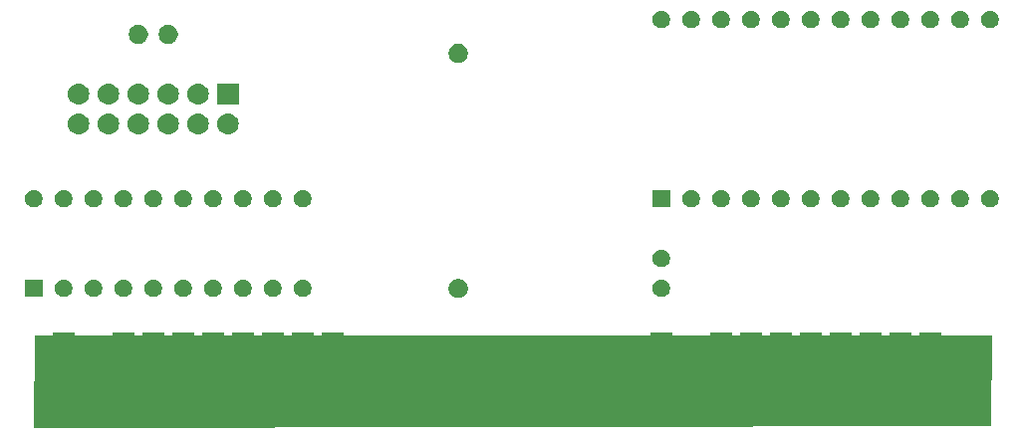
<source format=gts>
G04 #@! TF.GenerationSoftware,KiCad,Pcbnew,(5.1.4)-1*
G04 #@! TF.CreationDate,2019-12-21T06:29:15+01:00*
G04 #@! TF.ProjectId,RTC8088,52544338-3038-4382-9e6b-696361645f70,rev?*
G04 #@! TF.SameCoordinates,Original*
G04 #@! TF.FileFunction,Soldermask,Top*
G04 #@! TF.FilePolarity,Negative*
%FSLAX46Y46*%
G04 Gerber Fmt 4.6, Leading zero omitted, Abs format (unit mm)*
G04 Created by KiCad (PCBNEW (5.1.4)-1) date 2019-12-21 06:29:15*
%MOMM*%
%LPD*%
G04 APERTURE LIST*
%ADD10C,0.100000*%
G04 APERTURE END LIST*
D10*
G36*
X186690000Y-106934000D02*
G01*
X105410000Y-107061000D01*
X105537000Y-99314000D01*
X186817000Y-99314000D01*
X186690000Y-106934000D01*
G37*
X186690000Y-106934000D02*
X105410000Y-107061000D01*
X105537000Y-99314000D01*
X186817000Y-99314000D01*
X186690000Y-106934000D01*
G36*
X108890000Y-106731000D02*
G01*
X107010000Y-106731000D01*
X107010000Y-99009000D01*
X108890000Y-99009000D01*
X108890000Y-106731000D01*
X108890000Y-106731000D01*
G37*
G36*
X164770000Y-106731000D02*
G01*
X162890000Y-106731000D01*
X162890000Y-99009000D01*
X164770000Y-99009000D01*
X164770000Y-106731000D01*
X164770000Y-106731000D01*
G37*
G36*
X182550000Y-106731000D02*
G01*
X180670000Y-106731000D01*
X180670000Y-99009000D01*
X182550000Y-99009000D01*
X182550000Y-106731000D01*
X182550000Y-106731000D01*
G37*
G36*
X180010000Y-106731000D02*
G01*
X178130000Y-106731000D01*
X178130000Y-99009000D01*
X180010000Y-99009000D01*
X180010000Y-106731000D01*
X180010000Y-106731000D01*
G37*
G36*
X177470000Y-106731000D02*
G01*
X175590000Y-106731000D01*
X175590000Y-99009000D01*
X177470000Y-99009000D01*
X177470000Y-106731000D01*
X177470000Y-106731000D01*
G37*
G36*
X174930000Y-106731000D02*
G01*
X173050000Y-106731000D01*
X173050000Y-99009000D01*
X174930000Y-99009000D01*
X174930000Y-106731000D01*
X174930000Y-106731000D01*
G37*
G36*
X172390000Y-106731000D02*
G01*
X170510000Y-106731000D01*
X170510000Y-99009000D01*
X172390000Y-99009000D01*
X172390000Y-106731000D01*
X172390000Y-106731000D01*
G37*
G36*
X169850000Y-106731000D02*
G01*
X167970000Y-106731000D01*
X167970000Y-99009000D01*
X169850000Y-99009000D01*
X169850000Y-106731000D01*
X169850000Y-106731000D01*
G37*
G36*
X167310000Y-106731000D02*
G01*
X165430000Y-106731000D01*
X165430000Y-99009000D01*
X167310000Y-99009000D01*
X167310000Y-106731000D01*
X167310000Y-106731000D01*
G37*
G36*
X119050000Y-106731000D02*
G01*
X117170000Y-106731000D01*
X117170000Y-99009000D01*
X119050000Y-99009000D01*
X119050000Y-106731000D01*
X119050000Y-106731000D01*
G37*
G36*
X159690000Y-106731000D02*
G01*
X157810000Y-106731000D01*
X157810000Y-99009000D01*
X159690000Y-99009000D01*
X159690000Y-106731000D01*
X159690000Y-106731000D01*
G37*
G36*
X131750000Y-106731000D02*
G01*
X129870000Y-106731000D01*
X129870000Y-99009000D01*
X131750000Y-99009000D01*
X131750000Y-106731000D01*
X131750000Y-106731000D01*
G37*
G36*
X129210000Y-106731000D02*
G01*
X127330000Y-106731000D01*
X127330000Y-99009000D01*
X129210000Y-99009000D01*
X129210000Y-106731000D01*
X129210000Y-106731000D01*
G37*
G36*
X126670000Y-106731000D02*
G01*
X124790000Y-106731000D01*
X124790000Y-99009000D01*
X126670000Y-99009000D01*
X126670000Y-106731000D01*
X126670000Y-106731000D01*
G37*
G36*
X124130000Y-106731000D02*
G01*
X122250000Y-106731000D01*
X122250000Y-99009000D01*
X124130000Y-99009000D01*
X124130000Y-106731000D01*
X124130000Y-106731000D01*
G37*
G36*
X121590000Y-106731000D02*
G01*
X119710000Y-106731000D01*
X119710000Y-99009000D01*
X121590000Y-99009000D01*
X121590000Y-106731000D01*
X121590000Y-106731000D01*
G37*
G36*
X116510000Y-106731000D02*
G01*
X114630000Y-106731000D01*
X114630000Y-99009000D01*
X116510000Y-99009000D01*
X116510000Y-106731000D01*
X116510000Y-106731000D01*
G37*
G36*
X113970000Y-106731000D02*
G01*
X112090000Y-106731000D01*
X112090000Y-99009000D01*
X113970000Y-99009000D01*
X113970000Y-106731000D01*
X113970000Y-106731000D01*
G37*
G36*
X141721948Y-94498722D02*
G01*
X141869907Y-94560009D01*
X142003061Y-94648979D01*
X142116307Y-94762225D01*
X142205277Y-94895379D01*
X142266564Y-95043338D01*
X142297806Y-95200405D01*
X142297806Y-95360555D01*
X142266564Y-95517622D01*
X142205277Y-95665581D01*
X142116307Y-95798735D01*
X142003061Y-95911981D01*
X141869907Y-96000951D01*
X141721948Y-96062238D01*
X141564881Y-96093480D01*
X141404731Y-96093480D01*
X141247664Y-96062238D01*
X141099705Y-96000951D01*
X140966551Y-95911981D01*
X140853305Y-95798735D01*
X140764335Y-95665581D01*
X140703048Y-95517622D01*
X140671806Y-95360555D01*
X140671806Y-95200405D01*
X140703048Y-95043338D01*
X140764335Y-94895379D01*
X140853305Y-94762225D01*
X140966551Y-94648979D01*
X141099705Y-94560009D01*
X141247664Y-94498722D01*
X141404731Y-94467480D01*
X141564881Y-94467480D01*
X141721948Y-94498722D01*
X141721948Y-94498722D01*
G37*
G36*
X125824425Y-94504599D02*
G01*
X125948621Y-94529302D01*
X126085022Y-94585801D01*
X126207779Y-94667825D01*
X126312175Y-94772221D01*
X126394199Y-94894978D01*
X126450698Y-95031379D01*
X126479500Y-95176181D01*
X126479500Y-95323819D01*
X126450698Y-95468621D01*
X126394199Y-95605022D01*
X126312175Y-95727779D01*
X126207779Y-95832175D01*
X126085022Y-95914199D01*
X125948621Y-95970698D01*
X125824425Y-95995401D01*
X125803820Y-95999500D01*
X125656180Y-95999500D01*
X125635575Y-95995401D01*
X125511379Y-95970698D01*
X125374978Y-95914199D01*
X125252221Y-95832175D01*
X125147825Y-95727779D01*
X125065801Y-95605022D01*
X125009302Y-95468621D01*
X124980500Y-95323819D01*
X124980500Y-95176181D01*
X125009302Y-95031379D01*
X125065801Y-94894978D01*
X125147825Y-94772221D01*
X125252221Y-94667825D01*
X125374978Y-94585801D01*
X125511379Y-94529302D01*
X125635575Y-94504599D01*
X125656180Y-94500500D01*
X125803820Y-94500500D01*
X125824425Y-94504599D01*
X125824425Y-94504599D01*
G37*
G36*
X158844425Y-94504599D02*
G01*
X158968621Y-94529302D01*
X159105022Y-94585801D01*
X159227779Y-94667825D01*
X159332175Y-94772221D01*
X159414199Y-94894978D01*
X159470698Y-95031379D01*
X159499500Y-95176181D01*
X159499500Y-95323819D01*
X159470698Y-95468621D01*
X159414199Y-95605022D01*
X159332175Y-95727779D01*
X159227779Y-95832175D01*
X159105022Y-95914199D01*
X158968621Y-95970698D01*
X158844425Y-95995401D01*
X158823820Y-95999500D01*
X158676180Y-95999500D01*
X158655575Y-95995401D01*
X158531379Y-95970698D01*
X158394978Y-95914199D01*
X158272221Y-95832175D01*
X158167825Y-95727779D01*
X158085801Y-95605022D01*
X158029302Y-95468621D01*
X158000500Y-95323819D01*
X158000500Y-95176181D01*
X158029302Y-95031379D01*
X158085801Y-94894978D01*
X158167825Y-94772221D01*
X158272221Y-94667825D01*
X158394978Y-94585801D01*
X158531379Y-94529302D01*
X158655575Y-94504599D01*
X158676180Y-94500500D01*
X158823820Y-94500500D01*
X158844425Y-94504599D01*
X158844425Y-94504599D01*
G37*
G36*
X108044425Y-94504599D02*
G01*
X108168621Y-94529302D01*
X108305022Y-94585801D01*
X108427779Y-94667825D01*
X108532175Y-94772221D01*
X108614199Y-94894978D01*
X108670698Y-95031379D01*
X108699500Y-95176181D01*
X108699500Y-95323819D01*
X108670698Y-95468621D01*
X108614199Y-95605022D01*
X108532175Y-95727779D01*
X108427779Y-95832175D01*
X108305022Y-95914199D01*
X108168621Y-95970698D01*
X108044425Y-95995401D01*
X108023820Y-95999500D01*
X107876180Y-95999500D01*
X107855575Y-95995401D01*
X107731379Y-95970698D01*
X107594978Y-95914199D01*
X107472221Y-95832175D01*
X107367825Y-95727779D01*
X107285801Y-95605022D01*
X107229302Y-95468621D01*
X107200500Y-95323819D01*
X107200500Y-95176181D01*
X107229302Y-95031379D01*
X107285801Y-94894978D01*
X107367825Y-94772221D01*
X107472221Y-94667825D01*
X107594978Y-94585801D01*
X107731379Y-94529302D01*
X107855575Y-94504599D01*
X107876180Y-94500500D01*
X108023820Y-94500500D01*
X108044425Y-94504599D01*
X108044425Y-94504599D01*
G37*
G36*
X110584425Y-94504599D02*
G01*
X110708621Y-94529302D01*
X110845022Y-94585801D01*
X110967779Y-94667825D01*
X111072175Y-94772221D01*
X111154199Y-94894978D01*
X111210698Y-95031379D01*
X111239500Y-95176181D01*
X111239500Y-95323819D01*
X111210698Y-95468621D01*
X111154199Y-95605022D01*
X111072175Y-95727779D01*
X110967779Y-95832175D01*
X110845022Y-95914199D01*
X110708621Y-95970698D01*
X110584425Y-95995401D01*
X110563820Y-95999500D01*
X110416180Y-95999500D01*
X110395575Y-95995401D01*
X110271379Y-95970698D01*
X110134978Y-95914199D01*
X110012221Y-95832175D01*
X109907825Y-95727779D01*
X109825801Y-95605022D01*
X109769302Y-95468621D01*
X109740500Y-95323819D01*
X109740500Y-95176181D01*
X109769302Y-95031379D01*
X109825801Y-94894978D01*
X109907825Y-94772221D01*
X110012221Y-94667825D01*
X110134978Y-94585801D01*
X110271379Y-94529302D01*
X110395575Y-94504599D01*
X110416180Y-94500500D01*
X110563820Y-94500500D01*
X110584425Y-94504599D01*
X110584425Y-94504599D01*
G37*
G36*
X113124425Y-94504599D02*
G01*
X113248621Y-94529302D01*
X113385022Y-94585801D01*
X113507779Y-94667825D01*
X113612175Y-94772221D01*
X113694199Y-94894978D01*
X113750698Y-95031379D01*
X113779500Y-95176181D01*
X113779500Y-95323819D01*
X113750698Y-95468621D01*
X113694199Y-95605022D01*
X113612175Y-95727779D01*
X113507779Y-95832175D01*
X113385022Y-95914199D01*
X113248621Y-95970698D01*
X113124425Y-95995401D01*
X113103820Y-95999500D01*
X112956180Y-95999500D01*
X112935575Y-95995401D01*
X112811379Y-95970698D01*
X112674978Y-95914199D01*
X112552221Y-95832175D01*
X112447825Y-95727779D01*
X112365801Y-95605022D01*
X112309302Y-95468621D01*
X112280500Y-95323819D01*
X112280500Y-95176181D01*
X112309302Y-95031379D01*
X112365801Y-94894978D01*
X112447825Y-94772221D01*
X112552221Y-94667825D01*
X112674978Y-94585801D01*
X112811379Y-94529302D01*
X112935575Y-94504599D01*
X112956180Y-94500500D01*
X113103820Y-94500500D01*
X113124425Y-94504599D01*
X113124425Y-94504599D01*
G37*
G36*
X115664425Y-94504599D02*
G01*
X115788621Y-94529302D01*
X115925022Y-94585801D01*
X116047779Y-94667825D01*
X116152175Y-94772221D01*
X116234199Y-94894978D01*
X116290698Y-95031379D01*
X116319500Y-95176181D01*
X116319500Y-95323819D01*
X116290698Y-95468621D01*
X116234199Y-95605022D01*
X116152175Y-95727779D01*
X116047779Y-95832175D01*
X115925022Y-95914199D01*
X115788621Y-95970698D01*
X115664425Y-95995401D01*
X115643820Y-95999500D01*
X115496180Y-95999500D01*
X115475575Y-95995401D01*
X115351379Y-95970698D01*
X115214978Y-95914199D01*
X115092221Y-95832175D01*
X114987825Y-95727779D01*
X114905801Y-95605022D01*
X114849302Y-95468621D01*
X114820500Y-95323819D01*
X114820500Y-95176181D01*
X114849302Y-95031379D01*
X114905801Y-94894978D01*
X114987825Y-94772221D01*
X115092221Y-94667825D01*
X115214978Y-94585801D01*
X115351379Y-94529302D01*
X115475575Y-94504599D01*
X115496180Y-94500500D01*
X115643820Y-94500500D01*
X115664425Y-94504599D01*
X115664425Y-94504599D01*
G37*
G36*
X120744425Y-94504599D02*
G01*
X120868621Y-94529302D01*
X121005022Y-94585801D01*
X121127779Y-94667825D01*
X121232175Y-94772221D01*
X121314199Y-94894978D01*
X121370698Y-95031379D01*
X121399500Y-95176181D01*
X121399500Y-95323819D01*
X121370698Y-95468621D01*
X121314199Y-95605022D01*
X121232175Y-95727779D01*
X121127779Y-95832175D01*
X121005022Y-95914199D01*
X120868621Y-95970698D01*
X120744425Y-95995401D01*
X120723820Y-95999500D01*
X120576180Y-95999500D01*
X120555575Y-95995401D01*
X120431379Y-95970698D01*
X120294978Y-95914199D01*
X120172221Y-95832175D01*
X120067825Y-95727779D01*
X119985801Y-95605022D01*
X119929302Y-95468621D01*
X119900500Y-95323819D01*
X119900500Y-95176181D01*
X119929302Y-95031379D01*
X119985801Y-94894978D01*
X120067825Y-94772221D01*
X120172221Y-94667825D01*
X120294978Y-94585801D01*
X120431379Y-94529302D01*
X120555575Y-94504599D01*
X120576180Y-94500500D01*
X120723820Y-94500500D01*
X120744425Y-94504599D01*
X120744425Y-94504599D01*
G37*
G36*
X123284425Y-94504599D02*
G01*
X123408621Y-94529302D01*
X123545022Y-94585801D01*
X123667779Y-94667825D01*
X123772175Y-94772221D01*
X123854199Y-94894978D01*
X123910698Y-95031379D01*
X123939500Y-95176181D01*
X123939500Y-95323819D01*
X123910698Y-95468621D01*
X123854199Y-95605022D01*
X123772175Y-95727779D01*
X123667779Y-95832175D01*
X123545022Y-95914199D01*
X123408621Y-95970698D01*
X123284425Y-95995401D01*
X123263820Y-95999500D01*
X123116180Y-95999500D01*
X123095575Y-95995401D01*
X122971379Y-95970698D01*
X122834978Y-95914199D01*
X122712221Y-95832175D01*
X122607825Y-95727779D01*
X122525801Y-95605022D01*
X122469302Y-95468621D01*
X122440500Y-95323819D01*
X122440500Y-95176181D01*
X122469302Y-95031379D01*
X122525801Y-94894978D01*
X122607825Y-94772221D01*
X122712221Y-94667825D01*
X122834978Y-94585801D01*
X122971379Y-94529302D01*
X123095575Y-94504599D01*
X123116180Y-94500500D01*
X123263820Y-94500500D01*
X123284425Y-94504599D01*
X123284425Y-94504599D01*
G37*
G36*
X118204425Y-94504599D02*
G01*
X118328621Y-94529302D01*
X118465022Y-94585801D01*
X118587779Y-94667825D01*
X118692175Y-94772221D01*
X118774199Y-94894978D01*
X118830698Y-95031379D01*
X118859500Y-95176181D01*
X118859500Y-95323819D01*
X118830698Y-95468621D01*
X118774199Y-95605022D01*
X118692175Y-95727779D01*
X118587779Y-95832175D01*
X118465022Y-95914199D01*
X118328621Y-95970698D01*
X118204425Y-95995401D01*
X118183820Y-95999500D01*
X118036180Y-95999500D01*
X118015575Y-95995401D01*
X117891379Y-95970698D01*
X117754978Y-95914199D01*
X117632221Y-95832175D01*
X117527825Y-95727779D01*
X117445801Y-95605022D01*
X117389302Y-95468621D01*
X117360500Y-95323819D01*
X117360500Y-95176181D01*
X117389302Y-95031379D01*
X117445801Y-94894978D01*
X117527825Y-94772221D01*
X117632221Y-94667825D01*
X117754978Y-94585801D01*
X117891379Y-94529302D01*
X118015575Y-94504599D01*
X118036180Y-94500500D01*
X118183820Y-94500500D01*
X118204425Y-94504599D01*
X118204425Y-94504599D01*
G37*
G36*
X128364425Y-94504599D02*
G01*
X128488621Y-94529302D01*
X128625022Y-94585801D01*
X128747779Y-94667825D01*
X128852175Y-94772221D01*
X128934199Y-94894978D01*
X128990698Y-95031379D01*
X129019500Y-95176181D01*
X129019500Y-95323819D01*
X128990698Y-95468621D01*
X128934199Y-95605022D01*
X128852175Y-95727779D01*
X128747779Y-95832175D01*
X128625022Y-95914199D01*
X128488621Y-95970698D01*
X128364425Y-95995401D01*
X128343820Y-95999500D01*
X128196180Y-95999500D01*
X128175575Y-95995401D01*
X128051379Y-95970698D01*
X127914978Y-95914199D01*
X127792221Y-95832175D01*
X127687825Y-95727779D01*
X127605801Y-95605022D01*
X127549302Y-95468621D01*
X127520500Y-95323819D01*
X127520500Y-95176181D01*
X127549302Y-95031379D01*
X127605801Y-94894978D01*
X127687825Y-94772221D01*
X127792221Y-94667825D01*
X127914978Y-94585801D01*
X128051379Y-94529302D01*
X128175575Y-94504599D01*
X128196180Y-94500500D01*
X128343820Y-94500500D01*
X128364425Y-94504599D01*
X128364425Y-94504599D01*
G37*
G36*
X106159500Y-95999500D02*
G01*
X104660500Y-95999500D01*
X104660500Y-94500500D01*
X106159500Y-94500500D01*
X106159500Y-95999500D01*
X106159500Y-95999500D01*
G37*
G36*
X158844425Y-91964599D02*
G01*
X158968621Y-91989302D01*
X159105022Y-92045801D01*
X159227779Y-92127825D01*
X159332175Y-92232221D01*
X159414199Y-92354978D01*
X159470698Y-92491379D01*
X159499500Y-92636181D01*
X159499500Y-92783819D01*
X159470698Y-92928621D01*
X159414199Y-93065022D01*
X159332175Y-93187779D01*
X159227779Y-93292175D01*
X159105022Y-93374199D01*
X158968621Y-93430698D01*
X158844425Y-93455401D01*
X158823820Y-93459500D01*
X158676180Y-93459500D01*
X158655575Y-93455401D01*
X158531379Y-93430698D01*
X158394978Y-93374199D01*
X158272221Y-93292175D01*
X158167825Y-93187779D01*
X158085801Y-93065022D01*
X158029302Y-92928621D01*
X158000500Y-92783819D01*
X158000500Y-92636181D01*
X158029302Y-92491379D01*
X158085801Y-92354978D01*
X158167825Y-92232221D01*
X158272221Y-92127825D01*
X158394978Y-92045801D01*
X158531379Y-91989302D01*
X158655575Y-91964599D01*
X158676180Y-91960500D01*
X158823820Y-91960500D01*
X158844425Y-91964599D01*
X158844425Y-91964599D01*
G37*
G36*
X176624425Y-86884599D02*
G01*
X176748621Y-86909302D01*
X176885022Y-86965801D01*
X177007779Y-87047825D01*
X177112175Y-87152221D01*
X177194199Y-87274978D01*
X177250698Y-87411379D01*
X177279500Y-87556181D01*
X177279500Y-87703819D01*
X177250698Y-87848621D01*
X177194199Y-87985022D01*
X177112175Y-88107779D01*
X177007779Y-88212175D01*
X176885022Y-88294199D01*
X176748621Y-88350698D01*
X176624425Y-88375401D01*
X176603820Y-88379500D01*
X176456180Y-88379500D01*
X176435575Y-88375401D01*
X176311379Y-88350698D01*
X176174978Y-88294199D01*
X176052221Y-88212175D01*
X175947825Y-88107779D01*
X175865801Y-87985022D01*
X175809302Y-87848621D01*
X175780500Y-87703819D01*
X175780500Y-87556181D01*
X175809302Y-87411379D01*
X175865801Y-87274978D01*
X175947825Y-87152221D01*
X176052221Y-87047825D01*
X176174978Y-86965801D01*
X176311379Y-86909302D01*
X176435575Y-86884599D01*
X176456180Y-86880500D01*
X176603820Y-86880500D01*
X176624425Y-86884599D01*
X176624425Y-86884599D01*
G37*
G36*
X179164425Y-86884599D02*
G01*
X179288621Y-86909302D01*
X179425022Y-86965801D01*
X179547779Y-87047825D01*
X179652175Y-87152221D01*
X179734199Y-87274978D01*
X179790698Y-87411379D01*
X179819500Y-87556181D01*
X179819500Y-87703819D01*
X179790698Y-87848621D01*
X179734199Y-87985022D01*
X179652175Y-88107779D01*
X179547779Y-88212175D01*
X179425022Y-88294199D01*
X179288621Y-88350698D01*
X179164425Y-88375401D01*
X179143820Y-88379500D01*
X178996180Y-88379500D01*
X178975575Y-88375401D01*
X178851379Y-88350698D01*
X178714978Y-88294199D01*
X178592221Y-88212175D01*
X178487825Y-88107779D01*
X178405801Y-87985022D01*
X178349302Y-87848621D01*
X178320500Y-87703819D01*
X178320500Y-87556181D01*
X178349302Y-87411379D01*
X178405801Y-87274978D01*
X178487825Y-87152221D01*
X178592221Y-87047825D01*
X178714978Y-86965801D01*
X178851379Y-86909302D01*
X178975575Y-86884599D01*
X178996180Y-86880500D01*
X179143820Y-86880500D01*
X179164425Y-86884599D01*
X179164425Y-86884599D01*
G37*
G36*
X181704425Y-86884599D02*
G01*
X181828621Y-86909302D01*
X181965022Y-86965801D01*
X182087779Y-87047825D01*
X182192175Y-87152221D01*
X182274199Y-87274978D01*
X182330698Y-87411379D01*
X182359500Y-87556181D01*
X182359500Y-87703819D01*
X182330698Y-87848621D01*
X182274199Y-87985022D01*
X182192175Y-88107779D01*
X182087779Y-88212175D01*
X181965022Y-88294199D01*
X181828621Y-88350698D01*
X181704425Y-88375401D01*
X181683820Y-88379500D01*
X181536180Y-88379500D01*
X181515575Y-88375401D01*
X181391379Y-88350698D01*
X181254978Y-88294199D01*
X181132221Y-88212175D01*
X181027825Y-88107779D01*
X180945801Y-87985022D01*
X180889302Y-87848621D01*
X180860500Y-87703819D01*
X180860500Y-87556181D01*
X180889302Y-87411379D01*
X180945801Y-87274978D01*
X181027825Y-87152221D01*
X181132221Y-87047825D01*
X181254978Y-86965801D01*
X181391379Y-86909302D01*
X181515575Y-86884599D01*
X181536180Y-86880500D01*
X181683820Y-86880500D01*
X181704425Y-86884599D01*
X181704425Y-86884599D01*
G37*
G36*
X161384425Y-86884599D02*
G01*
X161508621Y-86909302D01*
X161645022Y-86965801D01*
X161767779Y-87047825D01*
X161872175Y-87152221D01*
X161954199Y-87274978D01*
X162010698Y-87411379D01*
X162039500Y-87556181D01*
X162039500Y-87703819D01*
X162010698Y-87848621D01*
X161954199Y-87985022D01*
X161872175Y-88107779D01*
X161767779Y-88212175D01*
X161645022Y-88294199D01*
X161508621Y-88350698D01*
X161384425Y-88375401D01*
X161363820Y-88379500D01*
X161216180Y-88379500D01*
X161195575Y-88375401D01*
X161071379Y-88350698D01*
X160934978Y-88294199D01*
X160812221Y-88212175D01*
X160707825Y-88107779D01*
X160625801Y-87985022D01*
X160569302Y-87848621D01*
X160540500Y-87703819D01*
X160540500Y-87556181D01*
X160569302Y-87411379D01*
X160625801Y-87274978D01*
X160707825Y-87152221D01*
X160812221Y-87047825D01*
X160934978Y-86965801D01*
X161071379Y-86909302D01*
X161195575Y-86884599D01*
X161216180Y-86880500D01*
X161363820Y-86880500D01*
X161384425Y-86884599D01*
X161384425Y-86884599D01*
G37*
G36*
X186784425Y-86884599D02*
G01*
X186908621Y-86909302D01*
X187045022Y-86965801D01*
X187167779Y-87047825D01*
X187272175Y-87152221D01*
X187354199Y-87274978D01*
X187410698Y-87411379D01*
X187439500Y-87556181D01*
X187439500Y-87703819D01*
X187410698Y-87848621D01*
X187354199Y-87985022D01*
X187272175Y-88107779D01*
X187167779Y-88212175D01*
X187045022Y-88294199D01*
X186908621Y-88350698D01*
X186784425Y-88375401D01*
X186763820Y-88379500D01*
X186616180Y-88379500D01*
X186595575Y-88375401D01*
X186471379Y-88350698D01*
X186334978Y-88294199D01*
X186212221Y-88212175D01*
X186107825Y-88107779D01*
X186025801Y-87985022D01*
X185969302Y-87848621D01*
X185940500Y-87703819D01*
X185940500Y-87556181D01*
X185969302Y-87411379D01*
X186025801Y-87274978D01*
X186107825Y-87152221D01*
X186212221Y-87047825D01*
X186334978Y-86965801D01*
X186471379Y-86909302D01*
X186595575Y-86884599D01*
X186616180Y-86880500D01*
X186763820Y-86880500D01*
X186784425Y-86884599D01*
X186784425Y-86884599D01*
G37*
G36*
X166464425Y-86884599D02*
G01*
X166588621Y-86909302D01*
X166725022Y-86965801D01*
X166847779Y-87047825D01*
X166952175Y-87152221D01*
X167034199Y-87274978D01*
X167090698Y-87411379D01*
X167119500Y-87556181D01*
X167119500Y-87703819D01*
X167090698Y-87848621D01*
X167034199Y-87985022D01*
X166952175Y-88107779D01*
X166847779Y-88212175D01*
X166725022Y-88294199D01*
X166588621Y-88350698D01*
X166464425Y-88375401D01*
X166443820Y-88379500D01*
X166296180Y-88379500D01*
X166275575Y-88375401D01*
X166151379Y-88350698D01*
X166014978Y-88294199D01*
X165892221Y-88212175D01*
X165787825Y-88107779D01*
X165705801Y-87985022D01*
X165649302Y-87848621D01*
X165620500Y-87703819D01*
X165620500Y-87556181D01*
X165649302Y-87411379D01*
X165705801Y-87274978D01*
X165787825Y-87152221D01*
X165892221Y-87047825D01*
X166014978Y-86965801D01*
X166151379Y-86909302D01*
X166275575Y-86884599D01*
X166296180Y-86880500D01*
X166443820Y-86880500D01*
X166464425Y-86884599D01*
X166464425Y-86884599D01*
G37*
G36*
X163924425Y-86884599D02*
G01*
X164048621Y-86909302D01*
X164185022Y-86965801D01*
X164307779Y-87047825D01*
X164412175Y-87152221D01*
X164494199Y-87274978D01*
X164550698Y-87411379D01*
X164579500Y-87556181D01*
X164579500Y-87703819D01*
X164550698Y-87848621D01*
X164494199Y-87985022D01*
X164412175Y-88107779D01*
X164307779Y-88212175D01*
X164185022Y-88294199D01*
X164048621Y-88350698D01*
X163924425Y-88375401D01*
X163903820Y-88379500D01*
X163756180Y-88379500D01*
X163735575Y-88375401D01*
X163611379Y-88350698D01*
X163474978Y-88294199D01*
X163352221Y-88212175D01*
X163247825Y-88107779D01*
X163165801Y-87985022D01*
X163109302Y-87848621D01*
X163080500Y-87703819D01*
X163080500Y-87556181D01*
X163109302Y-87411379D01*
X163165801Y-87274978D01*
X163247825Y-87152221D01*
X163352221Y-87047825D01*
X163474978Y-86965801D01*
X163611379Y-86909302D01*
X163735575Y-86884599D01*
X163756180Y-86880500D01*
X163903820Y-86880500D01*
X163924425Y-86884599D01*
X163924425Y-86884599D01*
G37*
G36*
X159499500Y-88379500D02*
G01*
X158000500Y-88379500D01*
X158000500Y-86880500D01*
X159499500Y-86880500D01*
X159499500Y-88379500D01*
X159499500Y-88379500D01*
G37*
G36*
X125824425Y-86884599D02*
G01*
X125948621Y-86909302D01*
X126085022Y-86965801D01*
X126207779Y-87047825D01*
X126312175Y-87152221D01*
X126394199Y-87274978D01*
X126450698Y-87411379D01*
X126479500Y-87556181D01*
X126479500Y-87703819D01*
X126450698Y-87848621D01*
X126394199Y-87985022D01*
X126312175Y-88107779D01*
X126207779Y-88212175D01*
X126085022Y-88294199D01*
X125948621Y-88350698D01*
X125824425Y-88375401D01*
X125803820Y-88379500D01*
X125656180Y-88379500D01*
X125635575Y-88375401D01*
X125511379Y-88350698D01*
X125374978Y-88294199D01*
X125252221Y-88212175D01*
X125147825Y-88107779D01*
X125065801Y-87985022D01*
X125009302Y-87848621D01*
X124980500Y-87703819D01*
X124980500Y-87556181D01*
X125009302Y-87411379D01*
X125065801Y-87274978D01*
X125147825Y-87152221D01*
X125252221Y-87047825D01*
X125374978Y-86965801D01*
X125511379Y-86909302D01*
X125635575Y-86884599D01*
X125656180Y-86880500D01*
X125803820Y-86880500D01*
X125824425Y-86884599D01*
X125824425Y-86884599D01*
G37*
G36*
X128364425Y-86884599D02*
G01*
X128488621Y-86909302D01*
X128625022Y-86965801D01*
X128747779Y-87047825D01*
X128852175Y-87152221D01*
X128934199Y-87274978D01*
X128990698Y-87411379D01*
X129019500Y-87556181D01*
X129019500Y-87703819D01*
X128990698Y-87848621D01*
X128934199Y-87985022D01*
X128852175Y-88107779D01*
X128747779Y-88212175D01*
X128625022Y-88294199D01*
X128488621Y-88350698D01*
X128364425Y-88375401D01*
X128343820Y-88379500D01*
X128196180Y-88379500D01*
X128175575Y-88375401D01*
X128051379Y-88350698D01*
X127914978Y-88294199D01*
X127792221Y-88212175D01*
X127687825Y-88107779D01*
X127605801Y-87985022D01*
X127549302Y-87848621D01*
X127520500Y-87703819D01*
X127520500Y-87556181D01*
X127549302Y-87411379D01*
X127605801Y-87274978D01*
X127687825Y-87152221D01*
X127792221Y-87047825D01*
X127914978Y-86965801D01*
X128051379Y-86909302D01*
X128175575Y-86884599D01*
X128196180Y-86880500D01*
X128343820Y-86880500D01*
X128364425Y-86884599D01*
X128364425Y-86884599D01*
G37*
G36*
X169004425Y-86884599D02*
G01*
X169128621Y-86909302D01*
X169265022Y-86965801D01*
X169387779Y-87047825D01*
X169492175Y-87152221D01*
X169574199Y-87274978D01*
X169630698Y-87411379D01*
X169659500Y-87556181D01*
X169659500Y-87703819D01*
X169630698Y-87848621D01*
X169574199Y-87985022D01*
X169492175Y-88107779D01*
X169387779Y-88212175D01*
X169265022Y-88294199D01*
X169128621Y-88350698D01*
X169004425Y-88375401D01*
X168983820Y-88379500D01*
X168836180Y-88379500D01*
X168815575Y-88375401D01*
X168691379Y-88350698D01*
X168554978Y-88294199D01*
X168432221Y-88212175D01*
X168327825Y-88107779D01*
X168245801Y-87985022D01*
X168189302Y-87848621D01*
X168160500Y-87703819D01*
X168160500Y-87556181D01*
X168189302Y-87411379D01*
X168245801Y-87274978D01*
X168327825Y-87152221D01*
X168432221Y-87047825D01*
X168554978Y-86965801D01*
X168691379Y-86909302D01*
X168815575Y-86884599D01*
X168836180Y-86880500D01*
X168983820Y-86880500D01*
X169004425Y-86884599D01*
X169004425Y-86884599D01*
G37*
G36*
X184244425Y-86884599D02*
G01*
X184368621Y-86909302D01*
X184505022Y-86965801D01*
X184627779Y-87047825D01*
X184732175Y-87152221D01*
X184814199Y-87274978D01*
X184870698Y-87411379D01*
X184899500Y-87556181D01*
X184899500Y-87703819D01*
X184870698Y-87848621D01*
X184814199Y-87985022D01*
X184732175Y-88107779D01*
X184627779Y-88212175D01*
X184505022Y-88294199D01*
X184368621Y-88350698D01*
X184244425Y-88375401D01*
X184223820Y-88379500D01*
X184076180Y-88379500D01*
X184055575Y-88375401D01*
X183931379Y-88350698D01*
X183794978Y-88294199D01*
X183672221Y-88212175D01*
X183567825Y-88107779D01*
X183485801Y-87985022D01*
X183429302Y-87848621D01*
X183400500Y-87703819D01*
X183400500Y-87556181D01*
X183429302Y-87411379D01*
X183485801Y-87274978D01*
X183567825Y-87152221D01*
X183672221Y-87047825D01*
X183794978Y-86965801D01*
X183931379Y-86909302D01*
X184055575Y-86884599D01*
X184076180Y-86880500D01*
X184223820Y-86880500D01*
X184244425Y-86884599D01*
X184244425Y-86884599D01*
G37*
G36*
X174084425Y-86884599D02*
G01*
X174208621Y-86909302D01*
X174345022Y-86965801D01*
X174467779Y-87047825D01*
X174572175Y-87152221D01*
X174654199Y-87274978D01*
X174710698Y-87411379D01*
X174739500Y-87556181D01*
X174739500Y-87703819D01*
X174710698Y-87848621D01*
X174654199Y-87985022D01*
X174572175Y-88107779D01*
X174467779Y-88212175D01*
X174345022Y-88294199D01*
X174208621Y-88350698D01*
X174084425Y-88375401D01*
X174063820Y-88379500D01*
X173916180Y-88379500D01*
X173895575Y-88375401D01*
X173771379Y-88350698D01*
X173634978Y-88294199D01*
X173512221Y-88212175D01*
X173407825Y-88107779D01*
X173325801Y-87985022D01*
X173269302Y-87848621D01*
X173240500Y-87703819D01*
X173240500Y-87556181D01*
X173269302Y-87411379D01*
X173325801Y-87274978D01*
X173407825Y-87152221D01*
X173512221Y-87047825D01*
X173634978Y-86965801D01*
X173771379Y-86909302D01*
X173895575Y-86884599D01*
X173916180Y-86880500D01*
X174063820Y-86880500D01*
X174084425Y-86884599D01*
X174084425Y-86884599D01*
G37*
G36*
X123284425Y-86884599D02*
G01*
X123408621Y-86909302D01*
X123545022Y-86965801D01*
X123667779Y-87047825D01*
X123772175Y-87152221D01*
X123854199Y-87274978D01*
X123910698Y-87411379D01*
X123939500Y-87556181D01*
X123939500Y-87703819D01*
X123910698Y-87848621D01*
X123854199Y-87985022D01*
X123772175Y-88107779D01*
X123667779Y-88212175D01*
X123545022Y-88294199D01*
X123408621Y-88350698D01*
X123284425Y-88375401D01*
X123263820Y-88379500D01*
X123116180Y-88379500D01*
X123095575Y-88375401D01*
X122971379Y-88350698D01*
X122834978Y-88294199D01*
X122712221Y-88212175D01*
X122607825Y-88107779D01*
X122525801Y-87985022D01*
X122469302Y-87848621D01*
X122440500Y-87703819D01*
X122440500Y-87556181D01*
X122469302Y-87411379D01*
X122525801Y-87274978D01*
X122607825Y-87152221D01*
X122712221Y-87047825D01*
X122834978Y-86965801D01*
X122971379Y-86909302D01*
X123095575Y-86884599D01*
X123116180Y-86880500D01*
X123263820Y-86880500D01*
X123284425Y-86884599D01*
X123284425Y-86884599D01*
G37*
G36*
X120744425Y-86884599D02*
G01*
X120868621Y-86909302D01*
X121005022Y-86965801D01*
X121127779Y-87047825D01*
X121232175Y-87152221D01*
X121314199Y-87274978D01*
X121370698Y-87411379D01*
X121399500Y-87556181D01*
X121399500Y-87703819D01*
X121370698Y-87848621D01*
X121314199Y-87985022D01*
X121232175Y-88107779D01*
X121127779Y-88212175D01*
X121005022Y-88294199D01*
X120868621Y-88350698D01*
X120744425Y-88375401D01*
X120723820Y-88379500D01*
X120576180Y-88379500D01*
X120555575Y-88375401D01*
X120431379Y-88350698D01*
X120294978Y-88294199D01*
X120172221Y-88212175D01*
X120067825Y-88107779D01*
X119985801Y-87985022D01*
X119929302Y-87848621D01*
X119900500Y-87703819D01*
X119900500Y-87556181D01*
X119929302Y-87411379D01*
X119985801Y-87274978D01*
X120067825Y-87152221D01*
X120172221Y-87047825D01*
X120294978Y-86965801D01*
X120431379Y-86909302D01*
X120555575Y-86884599D01*
X120576180Y-86880500D01*
X120723820Y-86880500D01*
X120744425Y-86884599D01*
X120744425Y-86884599D01*
G37*
G36*
X118204425Y-86884599D02*
G01*
X118328621Y-86909302D01*
X118465022Y-86965801D01*
X118587779Y-87047825D01*
X118692175Y-87152221D01*
X118774199Y-87274978D01*
X118830698Y-87411379D01*
X118859500Y-87556181D01*
X118859500Y-87703819D01*
X118830698Y-87848621D01*
X118774199Y-87985022D01*
X118692175Y-88107779D01*
X118587779Y-88212175D01*
X118465022Y-88294199D01*
X118328621Y-88350698D01*
X118204425Y-88375401D01*
X118183820Y-88379500D01*
X118036180Y-88379500D01*
X118015575Y-88375401D01*
X117891379Y-88350698D01*
X117754978Y-88294199D01*
X117632221Y-88212175D01*
X117527825Y-88107779D01*
X117445801Y-87985022D01*
X117389302Y-87848621D01*
X117360500Y-87703819D01*
X117360500Y-87556181D01*
X117389302Y-87411379D01*
X117445801Y-87274978D01*
X117527825Y-87152221D01*
X117632221Y-87047825D01*
X117754978Y-86965801D01*
X117891379Y-86909302D01*
X118015575Y-86884599D01*
X118036180Y-86880500D01*
X118183820Y-86880500D01*
X118204425Y-86884599D01*
X118204425Y-86884599D01*
G37*
G36*
X115664425Y-86884599D02*
G01*
X115788621Y-86909302D01*
X115925022Y-86965801D01*
X116047779Y-87047825D01*
X116152175Y-87152221D01*
X116234199Y-87274978D01*
X116290698Y-87411379D01*
X116319500Y-87556181D01*
X116319500Y-87703819D01*
X116290698Y-87848621D01*
X116234199Y-87985022D01*
X116152175Y-88107779D01*
X116047779Y-88212175D01*
X115925022Y-88294199D01*
X115788621Y-88350698D01*
X115664425Y-88375401D01*
X115643820Y-88379500D01*
X115496180Y-88379500D01*
X115475575Y-88375401D01*
X115351379Y-88350698D01*
X115214978Y-88294199D01*
X115092221Y-88212175D01*
X114987825Y-88107779D01*
X114905801Y-87985022D01*
X114849302Y-87848621D01*
X114820500Y-87703819D01*
X114820500Y-87556181D01*
X114849302Y-87411379D01*
X114905801Y-87274978D01*
X114987825Y-87152221D01*
X115092221Y-87047825D01*
X115214978Y-86965801D01*
X115351379Y-86909302D01*
X115475575Y-86884599D01*
X115496180Y-86880500D01*
X115643820Y-86880500D01*
X115664425Y-86884599D01*
X115664425Y-86884599D01*
G37*
G36*
X113124425Y-86884599D02*
G01*
X113248621Y-86909302D01*
X113385022Y-86965801D01*
X113507779Y-87047825D01*
X113612175Y-87152221D01*
X113694199Y-87274978D01*
X113750698Y-87411379D01*
X113779500Y-87556181D01*
X113779500Y-87703819D01*
X113750698Y-87848621D01*
X113694199Y-87985022D01*
X113612175Y-88107779D01*
X113507779Y-88212175D01*
X113385022Y-88294199D01*
X113248621Y-88350698D01*
X113124425Y-88375401D01*
X113103820Y-88379500D01*
X112956180Y-88379500D01*
X112935575Y-88375401D01*
X112811379Y-88350698D01*
X112674978Y-88294199D01*
X112552221Y-88212175D01*
X112447825Y-88107779D01*
X112365801Y-87985022D01*
X112309302Y-87848621D01*
X112280500Y-87703819D01*
X112280500Y-87556181D01*
X112309302Y-87411379D01*
X112365801Y-87274978D01*
X112447825Y-87152221D01*
X112552221Y-87047825D01*
X112674978Y-86965801D01*
X112811379Y-86909302D01*
X112935575Y-86884599D01*
X112956180Y-86880500D01*
X113103820Y-86880500D01*
X113124425Y-86884599D01*
X113124425Y-86884599D01*
G37*
G36*
X110584425Y-86884599D02*
G01*
X110708621Y-86909302D01*
X110845022Y-86965801D01*
X110967779Y-87047825D01*
X111072175Y-87152221D01*
X111154199Y-87274978D01*
X111210698Y-87411379D01*
X111239500Y-87556181D01*
X111239500Y-87703819D01*
X111210698Y-87848621D01*
X111154199Y-87985022D01*
X111072175Y-88107779D01*
X110967779Y-88212175D01*
X110845022Y-88294199D01*
X110708621Y-88350698D01*
X110584425Y-88375401D01*
X110563820Y-88379500D01*
X110416180Y-88379500D01*
X110395575Y-88375401D01*
X110271379Y-88350698D01*
X110134978Y-88294199D01*
X110012221Y-88212175D01*
X109907825Y-88107779D01*
X109825801Y-87985022D01*
X109769302Y-87848621D01*
X109740500Y-87703819D01*
X109740500Y-87556181D01*
X109769302Y-87411379D01*
X109825801Y-87274978D01*
X109907825Y-87152221D01*
X110012221Y-87047825D01*
X110134978Y-86965801D01*
X110271379Y-86909302D01*
X110395575Y-86884599D01*
X110416180Y-86880500D01*
X110563820Y-86880500D01*
X110584425Y-86884599D01*
X110584425Y-86884599D01*
G37*
G36*
X108044425Y-86884599D02*
G01*
X108168621Y-86909302D01*
X108305022Y-86965801D01*
X108427779Y-87047825D01*
X108532175Y-87152221D01*
X108614199Y-87274978D01*
X108670698Y-87411379D01*
X108699500Y-87556181D01*
X108699500Y-87703819D01*
X108670698Y-87848621D01*
X108614199Y-87985022D01*
X108532175Y-88107779D01*
X108427779Y-88212175D01*
X108305022Y-88294199D01*
X108168621Y-88350698D01*
X108044425Y-88375401D01*
X108023820Y-88379500D01*
X107876180Y-88379500D01*
X107855575Y-88375401D01*
X107731379Y-88350698D01*
X107594978Y-88294199D01*
X107472221Y-88212175D01*
X107367825Y-88107779D01*
X107285801Y-87985022D01*
X107229302Y-87848621D01*
X107200500Y-87703819D01*
X107200500Y-87556181D01*
X107229302Y-87411379D01*
X107285801Y-87274978D01*
X107367825Y-87152221D01*
X107472221Y-87047825D01*
X107594978Y-86965801D01*
X107731379Y-86909302D01*
X107855575Y-86884599D01*
X107876180Y-86880500D01*
X108023820Y-86880500D01*
X108044425Y-86884599D01*
X108044425Y-86884599D01*
G37*
G36*
X105504425Y-86884599D02*
G01*
X105628621Y-86909302D01*
X105765022Y-86965801D01*
X105887779Y-87047825D01*
X105992175Y-87152221D01*
X106074199Y-87274978D01*
X106130698Y-87411379D01*
X106159500Y-87556181D01*
X106159500Y-87703819D01*
X106130698Y-87848621D01*
X106074199Y-87985022D01*
X105992175Y-88107779D01*
X105887779Y-88212175D01*
X105765022Y-88294199D01*
X105628621Y-88350698D01*
X105504425Y-88375401D01*
X105483820Y-88379500D01*
X105336180Y-88379500D01*
X105315575Y-88375401D01*
X105191379Y-88350698D01*
X105054978Y-88294199D01*
X104932221Y-88212175D01*
X104827825Y-88107779D01*
X104745801Y-87985022D01*
X104689302Y-87848621D01*
X104660500Y-87703819D01*
X104660500Y-87556181D01*
X104689302Y-87411379D01*
X104745801Y-87274978D01*
X104827825Y-87152221D01*
X104932221Y-87047825D01*
X105054978Y-86965801D01*
X105191379Y-86909302D01*
X105315575Y-86884599D01*
X105336180Y-86880500D01*
X105483820Y-86880500D01*
X105504425Y-86884599D01*
X105504425Y-86884599D01*
G37*
G36*
X171544425Y-86884599D02*
G01*
X171668621Y-86909302D01*
X171805022Y-86965801D01*
X171927779Y-87047825D01*
X172032175Y-87152221D01*
X172114199Y-87274978D01*
X172170698Y-87411379D01*
X172199500Y-87556181D01*
X172199500Y-87703819D01*
X172170698Y-87848621D01*
X172114199Y-87985022D01*
X172032175Y-88107779D01*
X171927779Y-88212175D01*
X171805022Y-88294199D01*
X171668621Y-88350698D01*
X171544425Y-88375401D01*
X171523820Y-88379500D01*
X171376180Y-88379500D01*
X171355575Y-88375401D01*
X171231379Y-88350698D01*
X171094978Y-88294199D01*
X170972221Y-88212175D01*
X170867825Y-88107779D01*
X170785801Y-87985022D01*
X170729302Y-87848621D01*
X170700500Y-87703819D01*
X170700500Y-87556181D01*
X170729302Y-87411379D01*
X170785801Y-87274978D01*
X170867825Y-87152221D01*
X170972221Y-87047825D01*
X171094978Y-86965801D01*
X171231379Y-86909302D01*
X171355575Y-86884599D01*
X171376180Y-86880500D01*
X171523820Y-86880500D01*
X171544425Y-86884599D01*
X171544425Y-86884599D01*
G37*
G36*
X109330442Y-80385518D02*
G01*
X109396627Y-80392037D01*
X109566466Y-80443557D01*
X109722991Y-80527222D01*
X109758729Y-80556552D01*
X109860186Y-80639814D01*
X109943448Y-80741271D01*
X109972778Y-80777009D01*
X110056443Y-80933534D01*
X110107963Y-81103373D01*
X110125359Y-81280000D01*
X110107963Y-81456627D01*
X110056443Y-81626466D01*
X109972778Y-81782991D01*
X109943448Y-81818729D01*
X109860186Y-81920186D01*
X109758729Y-82003448D01*
X109722991Y-82032778D01*
X109566466Y-82116443D01*
X109396627Y-82167963D01*
X109330443Y-82174481D01*
X109264260Y-82181000D01*
X109175740Y-82181000D01*
X109109557Y-82174481D01*
X109043373Y-82167963D01*
X108873534Y-82116443D01*
X108717009Y-82032778D01*
X108681271Y-82003448D01*
X108579814Y-81920186D01*
X108496552Y-81818729D01*
X108467222Y-81782991D01*
X108383557Y-81626466D01*
X108332037Y-81456627D01*
X108314641Y-81280000D01*
X108332037Y-81103373D01*
X108383557Y-80933534D01*
X108467222Y-80777009D01*
X108496552Y-80741271D01*
X108579814Y-80639814D01*
X108681271Y-80556552D01*
X108717009Y-80527222D01*
X108873534Y-80443557D01*
X109043373Y-80392037D01*
X109109558Y-80385518D01*
X109175740Y-80379000D01*
X109264260Y-80379000D01*
X109330442Y-80385518D01*
X109330442Y-80385518D01*
G37*
G36*
X111870442Y-80385518D02*
G01*
X111936627Y-80392037D01*
X112106466Y-80443557D01*
X112262991Y-80527222D01*
X112298729Y-80556552D01*
X112400186Y-80639814D01*
X112483448Y-80741271D01*
X112512778Y-80777009D01*
X112596443Y-80933534D01*
X112647963Y-81103373D01*
X112665359Y-81280000D01*
X112647963Y-81456627D01*
X112596443Y-81626466D01*
X112512778Y-81782991D01*
X112483448Y-81818729D01*
X112400186Y-81920186D01*
X112298729Y-82003448D01*
X112262991Y-82032778D01*
X112106466Y-82116443D01*
X111936627Y-82167963D01*
X111870443Y-82174481D01*
X111804260Y-82181000D01*
X111715740Y-82181000D01*
X111649557Y-82174481D01*
X111583373Y-82167963D01*
X111413534Y-82116443D01*
X111257009Y-82032778D01*
X111221271Y-82003448D01*
X111119814Y-81920186D01*
X111036552Y-81818729D01*
X111007222Y-81782991D01*
X110923557Y-81626466D01*
X110872037Y-81456627D01*
X110854641Y-81280000D01*
X110872037Y-81103373D01*
X110923557Y-80933534D01*
X111007222Y-80777009D01*
X111036552Y-80741271D01*
X111119814Y-80639814D01*
X111221271Y-80556552D01*
X111257009Y-80527222D01*
X111413534Y-80443557D01*
X111583373Y-80392037D01*
X111649558Y-80385518D01*
X111715740Y-80379000D01*
X111804260Y-80379000D01*
X111870442Y-80385518D01*
X111870442Y-80385518D01*
G37*
G36*
X114410442Y-80385518D02*
G01*
X114476627Y-80392037D01*
X114646466Y-80443557D01*
X114802991Y-80527222D01*
X114838729Y-80556552D01*
X114940186Y-80639814D01*
X115023448Y-80741271D01*
X115052778Y-80777009D01*
X115136443Y-80933534D01*
X115187963Y-81103373D01*
X115205359Y-81280000D01*
X115187963Y-81456627D01*
X115136443Y-81626466D01*
X115052778Y-81782991D01*
X115023448Y-81818729D01*
X114940186Y-81920186D01*
X114838729Y-82003448D01*
X114802991Y-82032778D01*
X114646466Y-82116443D01*
X114476627Y-82167963D01*
X114410443Y-82174481D01*
X114344260Y-82181000D01*
X114255740Y-82181000D01*
X114189557Y-82174481D01*
X114123373Y-82167963D01*
X113953534Y-82116443D01*
X113797009Y-82032778D01*
X113761271Y-82003448D01*
X113659814Y-81920186D01*
X113576552Y-81818729D01*
X113547222Y-81782991D01*
X113463557Y-81626466D01*
X113412037Y-81456627D01*
X113394641Y-81280000D01*
X113412037Y-81103373D01*
X113463557Y-80933534D01*
X113547222Y-80777009D01*
X113576552Y-80741271D01*
X113659814Y-80639814D01*
X113761271Y-80556552D01*
X113797009Y-80527222D01*
X113953534Y-80443557D01*
X114123373Y-80392037D01*
X114189558Y-80385518D01*
X114255740Y-80379000D01*
X114344260Y-80379000D01*
X114410442Y-80385518D01*
X114410442Y-80385518D01*
G37*
G36*
X116950442Y-80385518D02*
G01*
X117016627Y-80392037D01*
X117186466Y-80443557D01*
X117342991Y-80527222D01*
X117378729Y-80556552D01*
X117480186Y-80639814D01*
X117563448Y-80741271D01*
X117592778Y-80777009D01*
X117676443Y-80933534D01*
X117727963Y-81103373D01*
X117745359Y-81280000D01*
X117727963Y-81456627D01*
X117676443Y-81626466D01*
X117592778Y-81782991D01*
X117563448Y-81818729D01*
X117480186Y-81920186D01*
X117378729Y-82003448D01*
X117342991Y-82032778D01*
X117186466Y-82116443D01*
X117016627Y-82167963D01*
X116950443Y-82174481D01*
X116884260Y-82181000D01*
X116795740Y-82181000D01*
X116729557Y-82174481D01*
X116663373Y-82167963D01*
X116493534Y-82116443D01*
X116337009Y-82032778D01*
X116301271Y-82003448D01*
X116199814Y-81920186D01*
X116116552Y-81818729D01*
X116087222Y-81782991D01*
X116003557Y-81626466D01*
X115952037Y-81456627D01*
X115934641Y-81280000D01*
X115952037Y-81103373D01*
X116003557Y-80933534D01*
X116087222Y-80777009D01*
X116116552Y-80741271D01*
X116199814Y-80639814D01*
X116301271Y-80556552D01*
X116337009Y-80527222D01*
X116493534Y-80443557D01*
X116663373Y-80392037D01*
X116729558Y-80385518D01*
X116795740Y-80379000D01*
X116884260Y-80379000D01*
X116950442Y-80385518D01*
X116950442Y-80385518D01*
G37*
G36*
X119490442Y-80385518D02*
G01*
X119556627Y-80392037D01*
X119726466Y-80443557D01*
X119882991Y-80527222D01*
X119918729Y-80556552D01*
X120020186Y-80639814D01*
X120103448Y-80741271D01*
X120132778Y-80777009D01*
X120216443Y-80933534D01*
X120267963Y-81103373D01*
X120285359Y-81280000D01*
X120267963Y-81456627D01*
X120216443Y-81626466D01*
X120132778Y-81782991D01*
X120103448Y-81818729D01*
X120020186Y-81920186D01*
X119918729Y-82003448D01*
X119882991Y-82032778D01*
X119726466Y-82116443D01*
X119556627Y-82167963D01*
X119490443Y-82174481D01*
X119424260Y-82181000D01*
X119335740Y-82181000D01*
X119269557Y-82174481D01*
X119203373Y-82167963D01*
X119033534Y-82116443D01*
X118877009Y-82032778D01*
X118841271Y-82003448D01*
X118739814Y-81920186D01*
X118656552Y-81818729D01*
X118627222Y-81782991D01*
X118543557Y-81626466D01*
X118492037Y-81456627D01*
X118474641Y-81280000D01*
X118492037Y-81103373D01*
X118543557Y-80933534D01*
X118627222Y-80777009D01*
X118656552Y-80741271D01*
X118739814Y-80639814D01*
X118841271Y-80556552D01*
X118877009Y-80527222D01*
X119033534Y-80443557D01*
X119203373Y-80392037D01*
X119269558Y-80385518D01*
X119335740Y-80379000D01*
X119424260Y-80379000D01*
X119490442Y-80385518D01*
X119490442Y-80385518D01*
G37*
G36*
X122030442Y-80385518D02*
G01*
X122096627Y-80392037D01*
X122266466Y-80443557D01*
X122422991Y-80527222D01*
X122458729Y-80556552D01*
X122560186Y-80639814D01*
X122643448Y-80741271D01*
X122672778Y-80777009D01*
X122756443Y-80933534D01*
X122807963Y-81103373D01*
X122825359Y-81280000D01*
X122807963Y-81456627D01*
X122756443Y-81626466D01*
X122672778Y-81782991D01*
X122643448Y-81818729D01*
X122560186Y-81920186D01*
X122458729Y-82003448D01*
X122422991Y-82032778D01*
X122266466Y-82116443D01*
X122096627Y-82167963D01*
X122030443Y-82174481D01*
X121964260Y-82181000D01*
X121875740Y-82181000D01*
X121809557Y-82174481D01*
X121743373Y-82167963D01*
X121573534Y-82116443D01*
X121417009Y-82032778D01*
X121381271Y-82003448D01*
X121279814Y-81920186D01*
X121196552Y-81818729D01*
X121167222Y-81782991D01*
X121083557Y-81626466D01*
X121032037Y-81456627D01*
X121014641Y-81280000D01*
X121032037Y-81103373D01*
X121083557Y-80933534D01*
X121167222Y-80777009D01*
X121196552Y-80741271D01*
X121279814Y-80639814D01*
X121381271Y-80556552D01*
X121417009Y-80527222D01*
X121573534Y-80443557D01*
X121743373Y-80392037D01*
X121809558Y-80385518D01*
X121875740Y-80379000D01*
X121964260Y-80379000D01*
X122030442Y-80385518D01*
X122030442Y-80385518D01*
G37*
G36*
X119490443Y-77845519D02*
G01*
X119556627Y-77852037D01*
X119726466Y-77903557D01*
X119882991Y-77987222D01*
X119918729Y-78016552D01*
X120020186Y-78099814D01*
X120103448Y-78201271D01*
X120132778Y-78237009D01*
X120216443Y-78393534D01*
X120267963Y-78563373D01*
X120285359Y-78740000D01*
X120267963Y-78916627D01*
X120216443Y-79086466D01*
X120132778Y-79242991D01*
X120103448Y-79278729D01*
X120020186Y-79380186D01*
X119918729Y-79463448D01*
X119882991Y-79492778D01*
X119726466Y-79576443D01*
X119556627Y-79627963D01*
X119490442Y-79634482D01*
X119424260Y-79641000D01*
X119335740Y-79641000D01*
X119269558Y-79634482D01*
X119203373Y-79627963D01*
X119033534Y-79576443D01*
X118877009Y-79492778D01*
X118841271Y-79463448D01*
X118739814Y-79380186D01*
X118656552Y-79278729D01*
X118627222Y-79242991D01*
X118543557Y-79086466D01*
X118492037Y-78916627D01*
X118474641Y-78740000D01*
X118492037Y-78563373D01*
X118543557Y-78393534D01*
X118627222Y-78237009D01*
X118656552Y-78201271D01*
X118739814Y-78099814D01*
X118841271Y-78016552D01*
X118877009Y-77987222D01*
X119033534Y-77903557D01*
X119203373Y-77852037D01*
X119269557Y-77845519D01*
X119335740Y-77839000D01*
X119424260Y-77839000D01*
X119490443Y-77845519D01*
X119490443Y-77845519D01*
G37*
G36*
X111870443Y-77845519D02*
G01*
X111936627Y-77852037D01*
X112106466Y-77903557D01*
X112262991Y-77987222D01*
X112298729Y-78016552D01*
X112400186Y-78099814D01*
X112483448Y-78201271D01*
X112512778Y-78237009D01*
X112596443Y-78393534D01*
X112647963Y-78563373D01*
X112665359Y-78740000D01*
X112647963Y-78916627D01*
X112596443Y-79086466D01*
X112512778Y-79242991D01*
X112483448Y-79278729D01*
X112400186Y-79380186D01*
X112298729Y-79463448D01*
X112262991Y-79492778D01*
X112106466Y-79576443D01*
X111936627Y-79627963D01*
X111870442Y-79634482D01*
X111804260Y-79641000D01*
X111715740Y-79641000D01*
X111649558Y-79634482D01*
X111583373Y-79627963D01*
X111413534Y-79576443D01*
X111257009Y-79492778D01*
X111221271Y-79463448D01*
X111119814Y-79380186D01*
X111036552Y-79278729D01*
X111007222Y-79242991D01*
X110923557Y-79086466D01*
X110872037Y-78916627D01*
X110854641Y-78740000D01*
X110872037Y-78563373D01*
X110923557Y-78393534D01*
X111007222Y-78237009D01*
X111036552Y-78201271D01*
X111119814Y-78099814D01*
X111221271Y-78016552D01*
X111257009Y-77987222D01*
X111413534Y-77903557D01*
X111583373Y-77852037D01*
X111649557Y-77845519D01*
X111715740Y-77839000D01*
X111804260Y-77839000D01*
X111870443Y-77845519D01*
X111870443Y-77845519D01*
G37*
G36*
X114410443Y-77845519D02*
G01*
X114476627Y-77852037D01*
X114646466Y-77903557D01*
X114802991Y-77987222D01*
X114838729Y-78016552D01*
X114940186Y-78099814D01*
X115023448Y-78201271D01*
X115052778Y-78237009D01*
X115136443Y-78393534D01*
X115187963Y-78563373D01*
X115205359Y-78740000D01*
X115187963Y-78916627D01*
X115136443Y-79086466D01*
X115052778Y-79242991D01*
X115023448Y-79278729D01*
X114940186Y-79380186D01*
X114838729Y-79463448D01*
X114802991Y-79492778D01*
X114646466Y-79576443D01*
X114476627Y-79627963D01*
X114410442Y-79634482D01*
X114344260Y-79641000D01*
X114255740Y-79641000D01*
X114189558Y-79634482D01*
X114123373Y-79627963D01*
X113953534Y-79576443D01*
X113797009Y-79492778D01*
X113761271Y-79463448D01*
X113659814Y-79380186D01*
X113576552Y-79278729D01*
X113547222Y-79242991D01*
X113463557Y-79086466D01*
X113412037Y-78916627D01*
X113394641Y-78740000D01*
X113412037Y-78563373D01*
X113463557Y-78393534D01*
X113547222Y-78237009D01*
X113576552Y-78201271D01*
X113659814Y-78099814D01*
X113761271Y-78016552D01*
X113797009Y-77987222D01*
X113953534Y-77903557D01*
X114123373Y-77852037D01*
X114189557Y-77845519D01*
X114255740Y-77839000D01*
X114344260Y-77839000D01*
X114410443Y-77845519D01*
X114410443Y-77845519D01*
G37*
G36*
X122821000Y-79641000D02*
G01*
X121019000Y-79641000D01*
X121019000Y-77839000D01*
X122821000Y-77839000D01*
X122821000Y-79641000D01*
X122821000Y-79641000D01*
G37*
G36*
X109330443Y-77845519D02*
G01*
X109396627Y-77852037D01*
X109566466Y-77903557D01*
X109722991Y-77987222D01*
X109758729Y-78016552D01*
X109860186Y-78099814D01*
X109943448Y-78201271D01*
X109972778Y-78237009D01*
X110056443Y-78393534D01*
X110107963Y-78563373D01*
X110125359Y-78740000D01*
X110107963Y-78916627D01*
X110056443Y-79086466D01*
X109972778Y-79242991D01*
X109943448Y-79278729D01*
X109860186Y-79380186D01*
X109758729Y-79463448D01*
X109722991Y-79492778D01*
X109566466Y-79576443D01*
X109396627Y-79627963D01*
X109330442Y-79634482D01*
X109264260Y-79641000D01*
X109175740Y-79641000D01*
X109109558Y-79634482D01*
X109043373Y-79627963D01*
X108873534Y-79576443D01*
X108717009Y-79492778D01*
X108681271Y-79463448D01*
X108579814Y-79380186D01*
X108496552Y-79278729D01*
X108467222Y-79242991D01*
X108383557Y-79086466D01*
X108332037Y-78916627D01*
X108314641Y-78740000D01*
X108332037Y-78563373D01*
X108383557Y-78393534D01*
X108467222Y-78237009D01*
X108496552Y-78201271D01*
X108579814Y-78099814D01*
X108681271Y-78016552D01*
X108717009Y-77987222D01*
X108873534Y-77903557D01*
X109043373Y-77852037D01*
X109109557Y-77845519D01*
X109175740Y-77839000D01*
X109264260Y-77839000D01*
X109330443Y-77845519D01*
X109330443Y-77845519D01*
G37*
G36*
X116950443Y-77845519D02*
G01*
X117016627Y-77852037D01*
X117186466Y-77903557D01*
X117342991Y-77987222D01*
X117378729Y-78016552D01*
X117480186Y-78099814D01*
X117563448Y-78201271D01*
X117592778Y-78237009D01*
X117676443Y-78393534D01*
X117727963Y-78563373D01*
X117745359Y-78740000D01*
X117727963Y-78916627D01*
X117676443Y-79086466D01*
X117592778Y-79242991D01*
X117563448Y-79278729D01*
X117480186Y-79380186D01*
X117378729Y-79463448D01*
X117342991Y-79492778D01*
X117186466Y-79576443D01*
X117016627Y-79627963D01*
X116950442Y-79634482D01*
X116884260Y-79641000D01*
X116795740Y-79641000D01*
X116729558Y-79634482D01*
X116663373Y-79627963D01*
X116493534Y-79576443D01*
X116337009Y-79492778D01*
X116301271Y-79463448D01*
X116199814Y-79380186D01*
X116116552Y-79278729D01*
X116087222Y-79242991D01*
X116003557Y-79086466D01*
X115952037Y-78916627D01*
X115934641Y-78740000D01*
X115952037Y-78563373D01*
X116003557Y-78393534D01*
X116087222Y-78237009D01*
X116116552Y-78201271D01*
X116199814Y-78099814D01*
X116301271Y-78016552D01*
X116337009Y-77987222D01*
X116493534Y-77903557D01*
X116663373Y-77852037D01*
X116729557Y-77845519D01*
X116795740Y-77839000D01*
X116884260Y-77839000D01*
X116950443Y-77845519D01*
X116950443Y-77845519D01*
G37*
G36*
X141721948Y-74498762D02*
G01*
X141869907Y-74560049D01*
X142003061Y-74649019D01*
X142116307Y-74762265D01*
X142205277Y-74895419D01*
X142266564Y-75043378D01*
X142297806Y-75200445D01*
X142297806Y-75360595D01*
X142266564Y-75517662D01*
X142205277Y-75665621D01*
X142116307Y-75798775D01*
X142003061Y-75912021D01*
X141869907Y-76000991D01*
X141721948Y-76062278D01*
X141564881Y-76093520D01*
X141404731Y-76093520D01*
X141247664Y-76062278D01*
X141099705Y-76000991D01*
X140966551Y-75912021D01*
X140853305Y-75798775D01*
X140764335Y-75665621D01*
X140703048Y-75517662D01*
X140671806Y-75360595D01*
X140671806Y-75200445D01*
X140703048Y-75043378D01*
X140764335Y-74895419D01*
X140853305Y-74762265D01*
X140966551Y-74649019D01*
X141099705Y-74560049D01*
X141247664Y-74498762D01*
X141404731Y-74467520D01*
X141564881Y-74467520D01*
X141721948Y-74498762D01*
X141721948Y-74498762D01*
G37*
G36*
X114537142Y-72878242D02*
G01*
X114685101Y-72939529D01*
X114818255Y-73028499D01*
X114931501Y-73141745D01*
X115020471Y-73274899D01*
X115081758Y-73422858D01*
X115113000Y-73579925D01*
X115113000Y-73740075D01*
X115081758Y-73897142D01*
X115020471Y-74045101D01*
X114931501Y-74178255D01*
X114818255Y-74291501D01*
X114685101Y-74380471D01*
X114537142Y-74441758D01*
X114380075Y-74473000D01*
X114219925Y-74473000D01*
X114062858Y-74441758D01*
X113914899Y-74380471D01*
X113781745Y-74291501D01*
X113668499Y-74178255D01*
X113579529Y-74045101D01*
X113518242Y-73897142D01*
X113487000Y-73740075D01*
X113487000Y-73579925D01*
X113518242Y-73422858D01*
X113579529Y-73274899D01*
X113668499Y-73141745D01*
X113781745Y-73028499D01*
X113914899Y-72939529D01*
X114062858Y-72878242D01*
X114219925Y-72847000D01*
X114380075Y-72847000D01*
X114537142Y-72878242D01*
X114537142Y-72878242D01*
G37*
G36*
X117077142Y-72878242D02*
G01*
X117225101Y-72939529D01*
X117358255Y-73028499D01*
X117471501Y-73141745D01*
X117560471Y-73274899D01*
X117621758Y-73422858D01*
X117653000Y-73579925D01*
X117653000Y-73740075D01*
X117621758Y-73897142D01*
X117560471Y-74045101D01*
X117471501Y-74178255D01*
X117358255Y-74291501D01*
X117225101Y-74380471D01*
X117077142Y-74441758D01*
X116920075Y-74473000D01*
X116759925Y-74473000D01*
X116602858Y-74441758D01*
X116454899Y-74380471D01*
X116321745Y-74291501D01*
X116208499Y-74178255D01*
X116119529Y-74045101D01*
X116058242Y-73897142D01*
X116027000Y-73740075D01*
X116027000Y-73579925D01*
X116058242Y-73422858D01*
X116119529Y-73274899D01*
X116208499Y-73141745D01*
X116321745Y-73028499D01*
X116454899Y-72939529D01*
X116602858Y-72878242D01*
X116759925Y-72847000D01*
X116920075Y-72847000D01*
X117077142Y-72878242D01*
X117077142Y-72878242D01*
G37*
G36*
X186784425Y-71644599D02*
G01*
X186908621Y-71669302D01*
X187045022Y-71725801D01*
X187167779Y-71807825D01*
X187272175Y-71912221D01*
X187354199Y-72034978D01*
X187410698Y-72171379D01*
X187439500Y-72316181D01*
X187439500Y-72463819D01*
X187410698Y-72608621D01*
X187354199Y-72745022D01*
X187272175Y-72867779D01*
X187167779Y-72972175D01*
X187045022Y-73054199D01*
X186908621Y-73110698D01*
X186784425Y-73135401D01*
X186763820Y-73139500D01*
X186616180Y-73139500D01*
X186595575Y-73135401D01*
X186471379Y-73110698D01*
X186334978Y-73054199D01*
X186212221Y-72972175D01*
X186107825Y-72867779D01*
X186025801Y-72745022D01*
X185969302Y-72608621D01*
X185940500Y-72463819D01*
X185940500Y-72316181D01*
X185969302Y-72171379D01*
X186025801Y-72034978D01*
X186107825Y-71912221D01*
X186212221Y-71807825D01*
X186334978Y-71725801D01*
X186471379Y-71669302D01*
X186595575Y-71644599D01*
X186616180Y-71640500D01*
X186763820Y-71640500D01*
X186784425Y-71644599D01*
X186784425Y-71644599D01*
G37*
G36*
X184244425Y-71644599D02*
G01*
X184368621Y-71669302D01*
X184505022Y-71725801D01*
X184627779Y-71807825D01*
X184732175Y-71912221D01*
X184814199Y-72034978D01*
X184870698Y-72171379D01*
X184899500Y-72316181D01*
X184899500Y-72463819D01*
X184870698Y-72608621D01*
X184814199Y-72745022D01*
X184732175Y-72867779D01*
X184627779Y-72972175D01*
X184505022Y-73054199D01*
X184368621Y-73110698D01*
X184244425Y-73135401D01*
X184223820Y-73139500D01*
X184076180Y-73139500D01*
X184055575Y-73135401D01*
X183931379Y-73110698D01*
X183794978Y-73054199D01*
X183672221Y-72972175D01*
X183567825Y-72867779D01*
X183485801Y-72745022D01*
X183429302Y-72608621D01*
X183400500Y-72463819D01*
X183400500Y-72316181D01*
X183429302Y-72171379D01*
X183485801Y-72034978D01*
X183567825Y-71912221D01*
X183672221Y-71807825D01*
X183794978Y-71725801D01*
X183931379Y-71669302D01*
X184055575Y-71644599D01*
X184076180Y-71640500D01*
X184223820Y-71640500D01*
X184244425Y-71644599D01*
X184244425Y-71644599D01*
G37*
G36*
X181704425Y-71644599D02*
G01*
X181828621Y-71669302D01*
X181965022Y-71725801D01*
X182087779Y-71807825D01*
X182192175Y-71912221D01*
X182274199Y-72034978D01*
X182330698Y-72171379D01*
X182359500Y-72316181D01*
X182359500Y-72463819D01*
X182330698Y-72608621D01*
X182274199Y-72745022D01*
X182192175Y-72867779D01*
X182087779Y-72972175D01*
X181965022Y-73054199D01*
X181828621Y-73110698D01*
X181704425Y-73135401D01*
X181683820Y-73139500D01*
X181536180Y-73139500D01*
X181515575Y-73135401D01*
X181391379Y-73110698D01*
X181254978Y-73054199D01*
X181132221Y-72972175D01*
X181027825Y-72867779D01*
X180945801Y-72745022D01*
X180889302Y-72608621D01*
X180860500Y-72463819D01*
X180860500Y-72316181D01*
X180889302Y-72171379D01*
X180945801Y-72034978D01*
X181027825Y-71912221D01*
X181132221Y-71807825D01*
X181254978Y-71725801D01*
X181391379Y-71669302D01*
X181515575Y-71644599D01*
X181536180Y-71640500D01*
X181683820Y-71640500D01*
X181704425Y-71644599D01*
X181704425Y-71644599D01*
G37*
G36*
X179164425Y-71644599D02*
G01*
X179288621Y-71669302D01*
X179425022Y-71725801D01*
X179547779Y-71807825D01*
X179652175Y-71912221D01*
X179734199Y-72034978D01*
X179790698Y-72171379D01*
X179819500Y-72316181D01*
X179819500Y-72463819D01*
X179790698Y-72608621D01*
X179734199Y-72745022D01*
X179652175Y-72867779D01*
X179547779Y-72972175D01*
X179425022Y-73054199D01*
X179288621Y-73110698D01*
X179164425Y-73135401D01*
X179143820Y-73139500D01*
X178996180Y-73139500D01*
X178975575Y-73135401D01*
X178851379Y-73110698D01*
X178714978Y-73054199D01*
X178592221Y-72972175D01*
X178487825Y-72867779D01*
X178405801Y-72745022D01*
X178349302Y-72608621D01*
X178320500Y-72463819D01*
X178320500Y-72316181D01*
X178349302Y-72171379D01*
X178405801Y-72034978D01*
X178487825Y-71912221D01*
X178592221Y-71807825D01*
X178714978Y-71725801D01*
X178851379Y-71669302D01*
X178975575Y-71644599D01*
X178996180Y-71640500D01*
X179143820Y-71640500D01*
X179164425Y-71644599D01*
X179164425Y-71644599D01*
G37*
G36*
X176624425Y-71644599D02*
G01*
X176748621Y-71669302D01*
X176885022Y-71725801D01*
X177007779Y-71807825D01*
X177112175Y-71912221D01*
X177194199Y-72034978D01*
X177250698Y-72171379D01*
X177279500Y-72316181D01*
X177279500Y-72463819D01*
X177250698Y-72608621D01*
X177194199Y-72745022D01*
X177112175Y-72867779D01*
X177007779Y-72972175D01*
X176885022Y-73054199D01*
X176748621Y-73110698D01*
X176624425Y-73135401D01*
X176603820Y-73139500D01*
X176456180Y-73139500D01*
X176435575Y-73135401D01*
X176311379Y-73110698D01*
X176174978Y-73054199D01*
X176052221Y-72972175D01*
X175947825Y-72867779D01*
X175865801Y-72745022D01*
X175809302Y-72608621D01*
X175780500Y-72463819D01*
X175780500Y-72316181D01*
X175809302Y-72171379D01*
X175865801Y-72034978D01*
X175947825Y-71912221D01*
X176052221Y-71807825D01*
X176174978Y-71725801D01*
X176311379Y-71669302D01*
X176435575Y-71644599D01*
X176456180Y-71640500D01*
X176603820Y-71640500D01*
X176624425Y-71644599D01*
X176624425Y-71644599D01*
G37*
G36*
X174084425Y-71644599D02*
G01*
X174208621Y-71669302D01*
X174345022Y-71725801D01*
X174467779Y-71807825D01*
X174572175Y-71912221D01*
X174654199Y-72034978D01*
X174710698Y-72171379D01*
X174739500Y-72316181D01*
X174739500Y-72463819D01*
X174710698Y-72608621D01*
X174654199Y-72745022D01*
X174572175Y-72867779D01*
X174467779Y-72972175D01*
X174345022Y-73054199D01*
X174208621Y-73110698D01*
X174084425Y-73135401D01*
X174063820Y-73139500D01*
X173916180Y-73139500D01*
X173895575Y-73135401D01*
X173771379Y-73110698D01*
X173634978Y-73054199D01*
X173512221Y-72972175D01*
X173407825Y-72867779D01*
X173325801Y-72745022D01*
X173269302Y-72608621D01*
X173240500Y-72463819D01*
X173240500Y-72316181D01*
X173269302Y-72171379D01*
X173325801Y-72034978D01*
X173407825Y-71912221D01*
X173512221Y-71807825D01*
X173634978Y-71725801D01*
X173771379Y-71669302D01*
X173895575Y-71644599D01*
X173916180Y-71640500D01*
X174063820Y-71640500D01*
X174084425Y-71644599D01*
X174084425Y-71644599D01*
G37*
G36*
X158844425Y-71644599D02*
G01*
X158968621Y-71669302D01*
X159105022Y-71725801D01*
X159227779Y-71807825D01*
X159332175Y-71912221D01*
X159414199Y-72034978D01*
X159470698Y-72171379D01*
X159499500Y-72316181D01*
X159499500Y-72463819D01*
X159470698Y-72608621D01*
X159414199Y-72745022D01*
X159332175Y-72867779D01*
X159227779Y-72972175D01*
X159105022Y-73054199D01*
X158968621Y-73110698D01*
X158844425Y-73135401D01*
X158823820Y-73139500D01*
X158676180Y-73139500D01*
X158655575Y-73135401D01*
X158531379Y-73110698D01*
X158394978Y-73054199D01*
X158272221Y-72972175D01*
X158167825Y-72867779D01*
X158085801Y-72745022D01*
X158029302Y-72608621D01*
X158000500Y-72463819D01*
X158000500Y-72316181D01*
X158029302Y-72171379D01*
X158085801Y-72034978D01*
X158167825Y-71912221D01*
X158272221Y-71807825D01*
X158394978Y-71725801D01*
X158531379Y-71669302D01*
X158655575Y-71644599D01*
X158676180Y-71640500D01*
X158823820Y-71640500D01*
X158844425Y-71644599D01*
X158844425Y-71644599D01*
G37*
G36*
X171544425Y-71644599D02*
G01*
X171668621Y-71669302D01*
X171805022Y-71725801D01*
X171927779Y-71807825D01*
X172032175Y-71912221D01*
X172114199Y-72034978D01*
X172170698Y-72171379D01*
X172199500Y-72316181D01*
X172199500Y-72463819D01*
X172170698Y-72608621D01*
X172114199Y-72745022D01*
X172032175Y-72867779D01*
X171927779Y-72972175D01*
X171805022Y-73054199D01*
X171668621Y-73110698D01*
X171544425Y-73135401D01*
X171523820Y-73139500D01*
X171376180Y-73139500D01*
X171355575Y-73135401D01*
X171231379Y-73110698D01*
X171094978Y-73054199D01*
X170972221Y-72972175D01*
X170867825Y-72867779D01*
X170785801Y-72745022D01*
X170729302Y-72608621D01*
X170700500Y-72463819D01*
X170700500Y-72316181D01*
X170729302Y-72171379D01*
X170785801Y-72034978D01*
X170867825Y-71912221D01*
X170972221Y-71807825D01*
X171094978Y-71725801D01*
X171231379Y-71669302D01*
X171355575Y-71644599D01*
X171376180Y-71640500D01*
X171523820Y-71640500D01*
X171544425Y-71644599D01*
X171544425Y-71644599D01*
G37*
G36*
X169004425Y-71644599D02*
G01*
X169128621Y-71669302D01*
X169265022Y-71725801D01*
X169387779Y-71807825D01*
X169492175Y-71912221D01*
X169574199Y-72034978D01*
X169630698Y-72171379D01*
X169659500Y-72316181D01*
X169659500Y-72463819D01*
X169630698Y-72608621D01*
X169574199Y-72745022D01*
X169492175Y-72867779D01*
X169387779Y-72972175D01*
X169265022Y-73054199D01*
X169128621Y-73110698D01*
X169004425Y-73135401D01*
X168983820Y-73139500D01*
X168836180Y-73139500D01*
X168815575Y-73135401D01*
X168691379Y-73110698D01*
X168554978Y-73054199D01*
X168432221Y-72972175D01*
X168327825Y-72867779D01*
X168245801Y-72745022D01*
X168189302Y-72608621D01*
X168160500Y-72463819D01*
X168160500Y-72316181D01*
X168189302Y-72171379D01*
X168245801Y-72034978D01*
X168327825Y-71912221D01*
X168432221Y-71807825D01*
X168554978Y-71725801D01*
X168691379Y-71669302D01*
X168815575Y-71644599D01*
X168836180Y-71640500D01*
X168983820Y-71640500D01*
X169004425Y-71644599D01*
X169004425Y-71644599D01*
G37*
G36*
X166464425Y-71644599D02*
G01*
X166588621Y-71669302D01*
X166725022Y-71725801D01*
X166847779Y-71807825D01*
X166952175Y-71912221D01*
X167034199Y-72034978D01*
X167090698Y-72171379D01*
X167119500Y-72316181D01*
X167119500Y-72463819D01*
X167090698Y-72608621D01*
X167034199Y-72745022D01*
X166952175Y-72867779D01*
X166847779Y-72972175D01*
X166725022Y-73054199D01*
X166588621Y-73110698D01*
X166464425Y-73135401D01*
X166443820Y-73139500D01*
X166296180Y-73139500D01*
X166275575Y-73135401D01*
X166151379Y-73110698D01*
X166014978Y-73054199D01*
X165892221Y-72972175D01*
X165787825Y-72867779D01*
X165705801Y-72745022D01*
X165649302Y-72608621D01*
X165620500Y-72463819D01*
X165620500Y-72316181D01*
X165649302Y-72171379D01*
X165705801Y-72034978D01*
X165787825Y-71912221D01*
X165892221Y-71807825D01*
X166014978Y-71725801D01*
X166151379Y-71669302D01*
X166275575Y-71644599D01*
X166296180Y-71640500D01*
X166443820Y-71640500D01*
X166464425Y-71644599D01*
X166464425Y-71644599D01*
G37*
G36*
X163924425Y-71644599D02*
G01*
X164048621Y-71669302D01*
X164185022Y-71725801D01*
X164307779Y-71807825D01*
X164412175Y-71912221D01*
X164494199Y-72034978D01*
X164550698Y-72171379D01*
X164579500Y-72316181D01*
X164579500Y-72463819D01*
X164550698Y-72608621D01*
X164494199Y-72745022D01*
X164412175Y-72867779D01*
X164307779Y-72972175D01*
X164185022Y-73054199D01*
X164048621Y-73110698D01*
X163924425Y-73135401D01*
X163903820Y-73139500D01*
X163756180Y-73139500D01*
X163735575Y-73135401D01*
X163611379Y-73110698D01*
X163474978Y-73054199D01*
X163352221Y-72972175D01*
X163247825Y-72867779D01*
X163165801Y-72745022D01*
X163109302Y-72608621D01*
X163080500Y-72463819D01*
X163080500Y-72316181D01*
X163109302Y-72171379D01*
X163165801Y-72034978D01*
X163247825Y-71912221D01*
X163352221Y-71807825D01*
X163474978Y-71725801D01*
X163611379Y-71669302D01*
X163735575Y-71644599D01*
X163756180Y-71640500D01*
X163903820Y-71640500D01*
X163924425Y-71644599D01*
X163924425Y-71644599D01*
G37*
G36*
X161384425Y-71644599D02*
G01*
X161508621Y-71669302D01*
X161645022Y-71725801D01*
X161767779Y-71807825D01*
X161872175Y-71912221D01*
X161954199Y-72034978D01*
X162010698Y-72171379D01*
X162039500Y-72316181D01*
X162039500Y-72463819D01*
X162010698Y-72608621D01*
X161954199Y-72745022D01*
X161872175Y-72867779D01*
X161767779Y-72972175D01*
X161645022Y-73054199D01*
X161508621Y-73110698D01*
X161384425Y-73135401D01*
X161363820Y-73139500D01*
X161216180Y-73139500D01*
X161195575Y-73135401D01*
X161071379Y-73110698D01*
X160934978Y-73054199D01*
X160812221Y-72972175D01*
X160707825Y-72867779D01*
X160625801Y-72745022D01*
X160569302Y-72608621D01*
X160540500Y-72463819D01*
X160540500Y-72316181D01*
X160569302Y-72171379D01*
X160625801Y-72034978D01*
X160707825Y-71912221D01*
X160812221Y-71807825D01*
X160934978Y-71725801D01*
X161071379Y-71669302D01*
X161195575Y-71644599D01*
X161216180Y-71640500D01*
X161363820Y-71640500D01*
X161384425Y-71644599D01*
X161384425Y-71644599D01*
G37*
M02*

</source>
